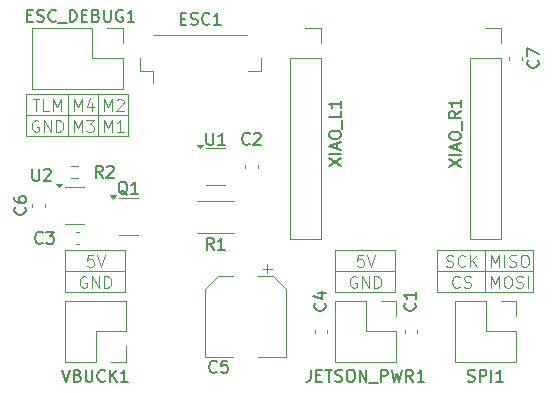
<source format=gbr>
%TF.GenerationSoftware,KiCad,Pcbnew,8.0.4*%
%TF.CreationDate,2024-08-21T00:11:03-04:00*%
%TF.ProjectId,Drone_Motherboard,44726f6e-655f-44d6-9f74-686572626f61,rev?*%
%TF.SameCoordinates,Original*%
%TF.FileFunction,Legend,Top*%
%TF.FilePolarity,Positive*%
%FSLAX46Y46*%
G04 Gerber Fmt 4.6, Leading zero omitted, Abs format (unit mm)*
G04 Created by KiCad (PCBNEW 8.0.4) date 2024-08-21 00:11:03*
%MOMM*%
%LPD*%
G01*
G04 APERTURE LIST*
%ADD10C,0.100000*%
%ADD11C,0.150000*%
%ADD12C,0.120000*%
G04 APERTURE END LIST*
D10*
X156210000Y-128524000D02*
X156210000Y-124968000D01*
X160274000Y-126746000D02*
X152146000Y-126746000D01*
X120904000Y-115316000D02*
X120904000Y-111760000D01*
X117348000Y-111760000D02*
X125984000Y-111760000D01*
X125984000Y-115316000D01*
X117348000Y-115316000D01*
X117348000Y-111760000D01*
X125730000Y-126746000D02*
X120650000Y-126746000D01*
X125984000Y-113538000D02*
X117348000Y-113538000D01*
X152146000Y-124968000D02*
X160274000Y-124968000D01*
X160274000Y-128524000D01*
X152146000Y-128524000D01*
X152146000Y-124968000D01*
X143510000Y-124968000D02*
X148590000Y-124968000D01*
X148590000Y-128524000D01*
X143510000Y-128524000D01*
X143510000Y-124968000D01*
X123444000Y-115316000D02*
X123444000Y-111760000D01*
X120650000Y-124968000D02*
X125730000Y-124968000D01*
X125730000Y-128524000D01*
X120650000Y-128524000D01*
X120650000Y-124968000D01*
X148590000Y-126746000D02*
X143510000Y-126746000D01*
X145288095Y-127190038D02*
X145192857Y-127142419D01*
X145192857Y-127142419D02*
X145050000Y-127142419D01*
X145050000Y-127142419D02*
X144907143Y-127190038D01*
X144907143Y-127190038D02*
X144811905Y-127285276D01*
X144811905Y-127285276D02*
X144764286Y-127380514D01*
X144764286Y-127380514D02*
X144716667Y-127570990D01*
X144716667Y-127570990D02*
X144716667Y-127713847D01*
X144716667Y-127713847D02*
X144764286Y-127904323D01*
X144764286Y-127904323D02*
X144811905Y-127999561D01*
X144811905Y-127999561D02*
X144907143Y-128094800D01*
X144907143Y-128094800D02*
X145050000Y-128142419D01*
X145050000Y-128142419D02*
X145145238Y-128142419D01*
X145145238Y-128142419D02*
X145288095Y-128094800D01*
X145288095Y-128094800D02*
X145335714Y-128047180D01*
X145335714Y-128047180D02*
X145335714Y-127713847D01*
X145335714Y-127713847D02*
X145145238Y-127713847D01*
X145764286Y-128142419D02*
X145764286Y-127142419D01*
X145764286Y-127142419D02*
X146335714Y-128142419D01*
X146335714Y-128142419D02*
X146335714Y-127142419D01*
X146811905Y-128142419D02*
X146811905Y-127142419D01*
X146811905Y-127142419D02*
X147050000Y-127142419D01*
X147050000Y-127142419D02*
X147192857Y-127190038D01*
X147192857Y-127190038D02*
X147288095Y-127285276D01*
X147288095Y-127285276D02*
X147335714Y-127380514D01*
X147335714Y-127380514D02*
X147383333Y-127570990D01*
X147383333Y-127570990D02*
X147383333Y-127713847D01*
X147383333Y-127713847D02*
X147335714Y-127904323D01*
X147335714Y-127904323D02*
X147288095Y-127999561D01*
X147288095Y-127999561D02*
X147192857Y-128094800D01*
X147192857Y-128094800D02*
X147050000Y-128142419D01*
X147050000Y-128142419D02*
X146811905Y-128142419D01*
X123904476Y-114934419D02*
X123904476Y-113934419D01*
X123904476Y-113934419D02*
X124237809Y-114648704D01*
X124237809Y-114648704D02*
X124571142Y-113934419D01*
X124571142Y-113934419D02*
X124571142Y-114934419D01*
X125571142Y-114934419D02*
X124999714Y-114934419D01*
X125285428Y-114934419D02*
X125285428Y-113934419D01*
X125285428Y-113934419D02*
X125190190Y-114077276D01*
X125190190Y-114077276D02*
X125094952Y-114172514D01*
X125094952Y-114172514D02*
X124999714Y-114220133D01*
X122428095Y-127190038D02*
X122332857Y-127142419D01*
X122332857Y-127142419D02*
X122190000Y-127142419D01*
X122190000Y-127142419D02*
X122047143Y-127190038D01*
X122047143Y-127190038D02*
X121951905Y-127285276D01*
X121951905Y-127285276D02*
X121904286Y-127380514D01*
X121904286Y-127380514D02*
X121856667Y-127570990D01*
X121856667Y-127570990D02*
X121856667Y-127713847D01*
X121856667Y-127713847D02*
X121904286Y-127904323D01*
X121904286Y-127904323D02*
X121951905Y-127999561D01*
X121951905Y-127999561D02*
X122047143Y-128094800D01*
X122047143Y-128094800D02*
X122190000Y-128142419D01*
X122190000Y-128142419D02*
X122285238Y-128142419D01*
X122285238Y-128142419D02*
X122428095Y-128094800D01*
X122428095Y-128094800D02*
X122475714Y-128047180D01*
X122475714Y-128047180D02*
X122475714Y-127713847D01*
X122475714Y-127713847D02*
X122285238Y-127713847D01*
X122904286Y-128142419D02*
X122904286Y-127142419D01*
X122904286Y-127142419D02*
X123475714Y-128142419D01*
X123475714Y-128142419D02*
X123475714Y-127142419D01*
X123951905Y-128142419D02*
X123951905Y-127142419D01*
X123951905Y-127142419D02*
X124190000Y-127142419D01*
X124190000Y-127142419D02*
X124332857Y-127190038D01*
X124332857Y-127190038D02*
X124428095Y-127285276D01*
X124428095Y-127285276D02*
X124475714Y-127380514D01*
X124475714Y-127380514D02*
X124523333Y-127570990D01*
X124523333Y-127570990D02*
X124523333Y-127713847D01*
X124523333Y-127713847D02*
X124475714Y-127904323D01*
X124475714Y-127904323D02*
X124428095Y-127999561D01*
X124428095Y-127999561D02*
X124332857Y-128094800D01*
X124332857Y-128094800D02*
X124190000Y-128142419D01*
X124190000Y-128142419D02*
X123951905Y-128142419D01*
X122999523Y-125364419D02*
X122523333Y-125364419D01*
X122523333Y-125364419D02*
X122475714Y-125840609D01*
X122475714Y-125840609D02*
X122523333Y-125792990D01*
X122523333Y-125792990D02*
X122618571Y-125745371D01*
X122618571Y-125745371D02*
X122856666Y-125745371D01*
X122856666Y-125745371D02*
X122951904Y-125792990D01*
X122951904Y-125792990D02*
X122999523Y-125840609D01*
X122999523Y-125840609D02*
X123047142Y-125935847D01*
X123047142Y-125935847D02*
X123047142Y-126173942D01*
X123047142Y-126173942D02*
X122999523Y-126269180D01*
X122999523Y-126269180D02*
X122951904Y-126316800D01*
X122951904Y-126316800D02*
X122856666Y-126364419D01*
X122856666Y-126364419D02*
X122618571Y-126364419D01*
X122618571Y-126364419D02*
X122523333Y-126316800D01*
X122523333Y-126316800D02*
X122475714Y-126269180D01*
X123332857Y-125364419D02*
X123666190Y-126364419D01*
X123666190Y-126364419D02*
X123999523Y-125364419D01*
X154011333Y-128047180D02*
X153963714Y-128094800D01*
X153963714Y-128094800D02*
X153820857Y-128142419D01*
X153820857Y-128142419D02*
X153725619Y-128142419D01*
X153725619Y-128142419D02*
X153582762Y-128094800D01*
X153582762Y-128094800D02*
X153487524Y-127999561D01*
X153487524Y-127999561D02*
X153439905Y-127904323D01*
X153439905Y-127904323D02*
X153392286Y-127713847D01*
X153392286Y-127713847D02*
X153392286Y-127570990D01*
X153392286Y-127570990D02*
X153439905Y-127380514D01*
X153439905Y-127380514D02*
X153487524Y-127285276D01*
X153487524Y-127285276D02*
X153582762Y-127190038D01*
X153582762Y-127190038D02*
X153725619Y-127142419D01*
X153725619Y-127142419D02*
X153820857Y-127142419D01*
X153820857Y-127142419D02*
X153963714Y-127190038D01*
X153963714Y-127190038D02*
X154011333Y-127237657D01*
X154392286Y-128094800D02*
X154535143Y-128142419D01*
X154535143Y-128142419D02*
X154773238Y-128142419D01*
X154773238Y-128142419D02*
X154868476Y-128094800D01*
X154868476Y-128094800D02*
X154916095Y-128047180D01*
X154916095Y-128047180D02*
X154963714Y-127951942D01*
X154963714Y-127951942D02*
X154963714Y-127856704D01*
X154963714Y-127856704D02*
X154916095Y-127761466D01*
X154916095Y-127761466D02*
X154868476Y-127713847D01*
X154868476Y-127713847D02*
X154773238Y-127666228D01*
X154773238Y-127666228D02*
X154582762Y-127618609D01*
X154582762Y-127618609D02*
X154487524Y-127570990D01*
X154487524Y-127570990D02*
X154439905Y-127523371D01*
X154439905Y-127523371D02*
X154392286Y-127428133D01*
X154392286Y-127428133D02*
X154392286Y-127332895D01*
X154392286Y-127332895D02*
X154439905Y-127237657D01*
X154439905Y-127237657D02*
X154487524Y-127190038D01*
X154487524Y-127190038D02*
X154582762Y-127142419D01*
X154582762Y-127142419D02*
X154820857Y-127142419D01*
X154820857Y-127142419D02*
X154963714Y-127190038D01*
X156670572Y-126359419D02*
X156670572Y-125359419D01*
X156670572Y-125359419D02*
X157003905Y-126073704D01*
X157003905Y-126073704D02*
X157337238Y-125359419D01*
X157337238Y-125359419D02*
X157337238Y-126359419D01*
X157813429Y-126359419D02*
X157813429Y-125359419D01*
X158242000Y-126311800D02*
X158384857Y-126359419D01*
X158384857Y-126359419D02*
X158622952Y-126359419D01*
X158622952Y-126359419D02*
X158718190Y-126311800D01*
X158718190Y-126311800D02*
X158765809Y-126264180D01*
X158765809Y-126264180D02*
X158813428Y-126168942D01*
X158813428Y-126168942D02*
X158813428Y-126073704D01*
X158813428Y-126073704D02*
X158765809Y-125978466D01*
X158765809Y-125978466D02*
X158718190Y-125930847D01*
X158718190Y-125930847D02*
X158622952Y-125883228D01*
X158622952Y-125883228D02*
X158432476Y-125835609D01*
X158432476Y-125835609D02*
X158337238Y-125787990D01*
X158337238Y-125787990D02*
X158289619Y-125740371D01*
X158289619Y-125740371D02*
X158242000Y-125645133D01*
X158242000Y-125645133D02*
X158242000Y-125549895D01*
X158242000Y-125549895D02*
X158289619Y-125454657D01*
X158289619Y-125454657D02*
X158337238Y-125407038D01*
X158337238Y-125407038D02*
X158432476Y-125359419D01*
X158432476Y-125359419D02*
X158670571Y-125359419D01*
X158670571Y-125359419D02*
X158813428Y-125407038D01*
X159432476Y-125359419D02*
X159622952Y-125359419D01*
X159622952Y-125359419D02*
X159718190Y-125407038D01*
X159718190Y-125407038D02*
X159813428Y-125502276D01*
X159813428Y-125502276D02*
X159861047Y-125692752D01*
X159861047Y-125692752D02*
X159861047Y-126026085D01*
X159861047Y-126026085D02*
X159813428Y-126216561D01*
X159813428Y-126216561D02*
X159718190Y-126311800D01*
X159718190Y-126311800D02*
X159622952Y-126359419D01*
X159622952Y-126359419D02*
X159432476Y-126359419D01*
X159432476Y-126359419D02*
X159337238Y-126311800D01*
X159337238Y-126311800D02*
X159242000Y-126216561D01*
X159242000Y-126216561D02*
X159194381Y-126026085D01*
X159194381Y-126026085D02*
X159194381Y-125692752D01*
X159194381Y-125692752D02*
X159242000Y-125502276D01*
X159242000Y-125502276D02*
X159337238Y-125407038D01*
X159337238Y-125407038D02*
X159432476Y-125359419D01*
X121364476Y-114934419D02*
X121364476Y-113934419D01*
X121364476Y-113934419D02*
X121697809Y-114648704D01*
X121697809Y-114648704D02*
X122031142Y-113934419D01*
X122031142Y-113934419D02*
X122031142Y-114934419D01*
X122412095Y-113934419D02*
X123031142Y-113934419D01*
X123031142Y-113934419D02*
X122697809Y-114315371D01*
X122697809Y-114315371D02*
X122840666Y-114315371D01*
X122840666Y-114315371D02*
X122935904Y-114362990D01*
X122935904Y-114362990D02*
X122983523Y-114410609D01*
X122983523Y-114410609D02*
X123031142Y-114505847D01*
X123031142Y-114505847D02*
X123031142Y-114743942D01*
X123031142Y-114743942D02*
X122983523Y-114839180D01*
X122983523Y-114839180D02*
X122935904Y-114886800D01*
X122935904Y-114886800D02*
X122840666Y-114934419D01*
X122840666Y-114934419D02*
X122554952Y-114934419D01*
X122554952Y-114934419D02*
X122459714Y-114886800D01*
X122459714Y-114886800D02*
X122412095Y-114839180D01*
X152892286Y-126316800D02*
X153035143Y-126364419D01*
X153035143Y-126364419D02*
X153273238Y-126364419D01*
X153273238Y-126364419D02*
X153368476Y-126316800D01*
X153368476Y-126316800D02*
X153416095Y-126269180D01*
X153416095Y-126269180D02*
X153463714Y-126173942D01*
X153463714Y-126173942D02*
X153463714Y-126078704D01*
X153463714Y-126078704D02*
X153416095Y-125983466D01*
X153416095Y-125983466D02*
X153368476Y-125935847D01*
X153368476Y-125935847D02*
X153273238Y-125888228D01*
X153273238Y-125888228D02*
X153082762Y-125840609D01*
X153082762Y-125840609D02*
X152987524Y-125792990D01*
X152987524Y-125792990D02*
X152939905Y-125745371D01*
X152939905Y-125745371D02*
X152892286Y-125650133D01*
X152892286Y-125650133D02*
X152892286Y-125554895D01*
X152892286Y-125554895D02*
X152939905Y-125459657D01*
X152939905Y-125459657D02*
X152987524Y-125412038D01*
X152987524Y-125412038D02*
X153082762Y-125364419D01*
X153082762Y-125364419D02*
X153320857Y-125364419D01*
X153320857Y-125364419D02*
X153463714Y-125412038D01*
X154463714Y-126269180D02*
X154416095Y-126316800D01*
X154416095Y-126316800D02*
X154273238Y-126364419D01*
X154273238Y-126364419D02*
X154178000Y-126364419D01*
X154178000Y-126364419D02*
X154035143Y-126316800D01*
X154035143Y-126316800D02*
X153939905Y-126221561D01*
X153939905Y-126221561D02*
X153892286Y-126126323D01*
X153892286Y-126126323D02*
X153844667Y-125935847D01*
X153844667Y-125935847D02*
X153844667Y-125792990D01*
X153844667Y-125792990D02*
X153892286Y-125602514D01*
X153892286Y-125602514D02*
X153939905Y-125507276D01*
X153939905Y-125507276D02*
X154035143Y-125412038D01*
X154035143Y-125412038D02*
X154178000Y-125364419D01*
X154178000Y-125364419D02*
X154273238Y-125364419D01*
X154273238Y-125364419D02*
X154416095Y-125412038D01*
X154416095Y-125412038D02*
X154463714Y-125459657D01*
X154892286Y-126364419D02*
X154892286Y-125364419D01*
X155463714Y-126364419D02*
X155035143Y-125792990D01*
X155463714Y-125364419D02*
X154892286Y-125935847D01*
X123904476Y-113156419D02*
X123904476Y-112156419D01*
X123904476Y-112156419D02*
X124237809Y-112870704D01*
X124237809Y-112870704D02*
X124571142Y-112156419D01*
X124571142Y-112156419D02*
X124571142Y-113156419D01*
X124999714Y-112251657D02*
X125047333Y-112204038D01*
X125047333Y-112204038D02*
X125142571Y-112156419D01*
X125142571Y-112156419D02*
X125380666Y-112156419D01*
X125380666Y-112156419D02*
X125475904Y-112204038D01*
X125475904Y-112204038D02*
X125523523Y-112251657D01*
X125523523Y-112251657D02*
X125571142Y-112346895D01*
X125571142Y-112346895D02*
X125571142Y-112442133D01*
X125571142Y-112442133D02*
X125523523Y-112584990D01*
X125523523Y-112584990D02*
X124952095Y-113156419D01*
X124952095Y-113156419D02*
X125571142Y-113156419D01*
X121364476Y-113156419D02*
X121364476Y-112156419D01*
X121364476Y-112156419D02*
X121697809Y-112870704D01*
X121697809Y-112870704D02*
X122031142Y-112156419D01*
X122031142Y-112156419D02*
X122031142Y-113156419D01*
X122935904Y-112489752D02*
X122935904Y-113156419D01*
X122697809Y-112108800D02*
X122459714Y-112823085D01*
X122459714Y-112823085D02*
X123078761Y-112823085D01*
X145859523Y-125364419D02*
X145383333Y-125364419D01*
X145383333Y-125364419D02*
X145335714Y-125840609D01*
X145335714Y-125840609D02*
X145383333Y-125792990D01*
X145383333Y-125792990D02*
X145478571Y-125745371D01*
X145478571Y-125745371D02*
X145716666Y-125745371D01*
X145716666Y-125745371D02*
X145811904Y-125792990D01*
X145811904Y-125792990D02*
X145859523Y-125840609D01*
X145859523Y-125840609D02*
X145907142Y-125935847D01*
X145907142Y-125935847D02*
X145907142Y-126173942D01*
X145907142Y-126173942D02*
X145859523Y-126269180D01*
X145859523Y-126269180D02*
X145811904Y-126316800D01*
X145811904Y-126316800D02*
X145716666Y-126364419D01*
X145716666Y-126364419D02*
X145478571Y-126364419D01*
X145478571Y-126364419D02*
X145383333Y-126316800D01*
X145383333Y-126316800D02*
X145335714Y-126269180D01*
X146192857Y-125364419D02*
X146526190Y-126364419D01*
X146526190Y-126364419D02*
X146859523Y-125364419D01*
X118364095Y-113982038D02*
X118268857Y-113934419D01*
X118268857Y-113934419D02*
X118126000Y-113934419D01*
X118126000Y-113934419D02*
X117983143Y-113982038D01*
X117983143Y-113982038D02*
X117887905Y-114077276D01*
X117887905Y-114077276D02*
X117840286Y-114172514D01*
X117840286Y-114172514D02*
X117792667Y-114362990D01*
X117792667Y-114362990D02*
X117792667Y-114505847D01*
X117792667Y-114505847D02*
X117840286Y-114696323D01*
X117840286Y-114696323D02*
X117887905Y-114791561D01*
X117887905Y-114791561D02*
X117983143Y-114886800D01*
X117983143Y-114886800D02*
X118126000Y-114934419D01*
X118126000Y-114934419D02*
X118221238Y-114934419D01*
X118221238Y-114934419D02*
X118364095Y-114886800D01*
X118364095Y-114886800D02*
X118411714Y-114839180D01*
X118411714Y-114839180D02*
X118411714Y-114505847D01*
X118411714Y-114505847D02*
X118221238Y-114505847D01*
X118840286Y-114934419D02*
X118840286Y-113934419D01*
X118840286Y-113934419D02*
X119411714Y-114934419D01*
X119411714Y-114934419D02*
X119411714Y-113934419D01*
X119887905Y-114934419D02*
X119887905Y-113934419D01*
X119887905Y-113934419D02*
X120126000Y-113934419D01*
X120126000Y-113934419D02*
X120268857Y-113982038D01*
X120268857Y-113982038D02*
X120364095Y-114077276D01*
X120364095Y-114077276D02*
X120411714Y-114172514D01*
X120411714Y-114172514D02*
X120459333Y-114362990D01*
X120459333Y-114362990D02*
X120459333Y-114505847D01*
X120459333Y-114505847D02*
X120411714Y-114696323D01*
X120411714Y-114696323D02*
X120364095Y-114791561D01*
X120364095Y-114791561D02*
X120268857Y-114886800D01*
X120268857Y-114886800D02*
X120126000Y-114934419D01*
X120126000Y-114934419D02*
X119887905Y-114934419D01*
X117864095Y-112156419D02*
X118435523Y-112156419D01*
X118149809Y-113156419D02*
X118149809Y-112156419D01*
X119245047Y-113156419D02*
X118768857Y-113156419D01*
X118768857Y-113156419D02*
X118768857Y-112156419D01*
X119578381Y-113156419D02*
X119578381Y-112156419D01*
X119578381Y-112156419D02*
X119911714Y-112870704D01*
X119911714Y-112870704D02*
X120245047Y-112156419D01*
X120245047Y-112156419D02*
X120245047Y-113156419D01*
X156670572Y-128142419D02*
X156670572Y-127142419D01*
X156670572Y-127142419D02*
X157003905Y-127856704D01*
X157003905Y-127856704D02*
X157337238Y-127142419D01*
X157337238Y-127142419D02*
X157337238Y-128142419D01*
X158003905Y-127142419D02*
X158194381Y-127142419D01*
X158194381Y-127142419D02*
X158289619Y-127190038D01*
X158289619Y-127190038D02*
X158384857Y-127285276D01*
X158384857Y-127285276D02*
X158432476Y-127475752D01*
X158432476Y-127475752D02*
X158432476Y-127809085D01*
X158432476Y-127809085D02*
X158384857Y-127999561D01*
X158384857Y-127999561D02*
X158289619Y-128094800D01*
X158289619Y-128094800D02*
X158194381Y-128142419D01*
X158194381Y-128142419D02*
X158003905Y-128142419D01*
X158003905Y-128142419D02*
X157908667Y-128094800D01*
X157908667Y-128094800D02*
X157813429Y-127999561D01*
X157813429Y-127999561D02*
X157765810Y-127809085D01*
X157765810Y-127809085D02*
X157765810Y-127475752D01*
X157765810Y-127475752D02*
X157813429Y-127285276D01*
X157813429Y-127285276D02*
X157908667Y-127190038D01*
X157908667Y-127190038D02*
X158003905Y-127142419D01*
X158813429Y-128094800D02*
X158956286Y-128142419D01*
X158956286Y-128142419D02*
X159194381Y-128142419D01*
X159194381Y-128142419D02*
X159289619Y-128094800D01*
X159289619Y-128094800D02*
X159337238Y-128047180D01*
X159337238Y-128047180D02*
X159384857Y-127951942D01*
X159384857Y-127951942D02*
X159384857Y-127856704D01*
X159384857Y-127856704D02*
X159337238Y-127761466D01*
X159337238Y-127761466D02*
X159289619Y-127713847D01*
X159289619Y-127713847D02*
X159194381Y-127666228D01*
X159194381Y-127666228D02*
X159003905Y-127618609D01*
X159003905Y-127618609D02*
X158908667Y-127570990D01*
X158908667Y-127570990D02*
X158861048Y-127523371D01*
X158861048Y-127523371D02*
X158813429Y-127428133D01*
X158813429Y-127428133D02*
X158813429Y-127332895D01*
X158813429Y-127332895D02*
X158861048Y-127237657D01*
X158861048Y-127237657D02*
X158908667Y-127190038D01*
X158908667Y-127190038D02*
X159003905Y-127142419D01*
X159003905Y-127142419D02*
X159242000Y-127142419D01*
X159242000Y-127142419D02*
X159384857Y-127190038D01*
X159813429Y-128142419D02*
X159813429Y-127142419D01*
D11*
X133183333Y-124914819D02*
X132850000Y-124438628D01*
X132611905Y-124914819D02*
X132611905Y-123914819D01*
X132611905Y-123914819D02*
X132992857Y-123914819D01*
X132992857Y-123914819D02*
X133088095Y-123962438D01*
X133088095Y-123962438D02*
X133135714Y-124010057D01*
X133135714Y-124010057D02*
X133183333Y-124105295D01*
X133183333Y-124105295D02*
X133183333Y-124248152D01*
X133183333Y-124248152D02*
X133135714Y-124343390D01*
X133135714Y-124343390D02*
X133088095Y-124391009D01*
X133088095Y-124391009D02*
X132992857Y-124438628D01*
X132992857Y-124438628D02*
X132611905Y-124438628D01*
X134135714Y-124914819D02*
X133564286Y-124914819D01*
X133850000Y-124914819D02*
X133850000Y-123914819D01*
X133850000Y-123914819D02*
X133754762Y-124057676D01*
X133754762Y-124057676D02*
X133659524Y-124152914D01*
X133659524Y-124152914D02*
X133564286Y-124200533D01*
X154710000Y-136043200D02*
X154852857Y-136090819D01*
X154852857Y-136090819D02*
X155090952Y-136090819D01*
X155090952Y-136090819D02*
X155186190Y-136043200D01*
X155186190Y-136043200D02*
X155233809Y-135995580D01*
X155233809Y-135995580D02*
X155281428Y-135900342D01*
X155281428Y-135900342D02*
X155281428Y-135805104D01*
X155281428Y-135805104D02*
X155233809Y-135709866D01*
X155233809Y-135709866D02*
X155186190Y-135662247D01*
X155186190Y-135662247D02*
X155090952Y-135614628D01*
X155090952Y-135614628D02*
X154900476Y-135567009D01*
X154900476Y-135567009D02*
X154805238Y-135519390D01*
X154805238Y-135519390D02*
X154757619Y-135471771D01*
X154757619Y-135471771D02*
X154710000Y-135376533D01*
X154710000Y-135376533D02*
X154710000Y-135281295D01*
X154710000Y-135281295D02*
X154757619Y-135186057D01*
X154757619Y-135186057D02*
X154805238Y-135138438D01*
X154805238Y-135138438D02*
X154900476Y-135090819D01*
X154900476Y-135090819D02*
X155138571Y-135090819D01*
X155138571Y-135090819D02*
X155281428Y-135138438D01*
X155710000Y-136090819D02*
X155710000Y-135090819D01*
X155710000Y-135090819D02*
X156090952Y-135090819D01*
X156090952Y-135090819D02*
X156186190Y-135138438D01*
X156186190Y-135138438D02*
X156233809Y-135186057D01*
X156233809Y-135186057D02*
X156281428Y-135281295D01*
X156281428Y-135281295D02*
X156281428Y-135424152D01*
X156281428Y-135424152D02*
X156233809Y-135519390D01*
X156233809Y-135519390D02*
X156186190Y-135567009D01*
X156186190Y-135567009D02*
X156090952Y-135614628D01*
X156090952Y-135614628D02*
X155710000Y-135614628D01*
X156710000Y-136090819D02*
X156710000Y-135090819D01*
X157709999Y-136090819D02*
X157138571Y-136090819D01*
X157424285Y-136090819D02*
X157424285Y-135090819D01*
X157424285Y-135090819D02*
X157329047Y-135233676D01*
X157329047Y-135233676D02*
X157233809Y-135328914D01*
X157233809Y-135328914D02*
X157138571Y-135376533D01*
X141407142Y-135085819D02*
X141407142Y-135800104D01*
X141407142Y-135800104D02*
X141359523Y-135942961D01*
X141359523Y-135942961D02*
X141264285Y-136038200D01*
X141264285Y-136038200D02*
X141121428Y-136085819D01*
X141121428Y-136085819D02*
X141026190Y-136085819D01*
X141883333Y-135562009D02*
X142216666Y-135562009D01*
X142359523Y-136085819D02*
X141883333Y-136085819D01*
X141883333Y-136085819D02*
X141883333Y-135085819D01*
X141883333Y-135085819D02*
X142359523Y-135085819D01*
X142645238Y-135085819D02*
X143216666Y-135085819D01*
X142930952Y-136085819D02*
X142930952Y-135085819D01*
X143502381Y-136038200D02*
X143645238Y-136085819D01*
X143645238Y-136085819D02*
X143883333Y-136085819D01*
X143883333Y-136085819D02*
X143978571Y-136038200D01*
X143978571Y-136038200D02*
X144026190Y-135990580D01*
X144026190Y-135990580D02*
X144073809Y-135895342D01*
X144073809Y-135895342D02*
X144073809Y-135800104D01*
X144073809Y-135800104D02*
X144026190Y-135704866D01*
X144026190Y-135704866D02*
X143978571Y-135657247D01*
X143978571Y-135657247D02*
X143883333Y-135609628D01*
X143883333Y-135609628D02*
X143692857Y-135562009D01*
X143692857Y-135562009D02*
X143597619Y-135514390D01*
X143597619Y-135514390D02*
X143550000Y-135466771D01*
X143550000Y-135466771D02*
X143502381Y-135371533D01*
X143502381Y-135371533D02*
X143502381Y-135276295D01*
X143502381Y-135276295D02*
X143550000Y-135181057D01*
X143550000Y-135181057D02*
X143597619Y-135133438D01*
X143597619Y-135133438D02*
X143692857Y-135085819D01*
X143692857Y-135085819D02*
X143930952Y-135085819D01*
X143930952Y-135085819D02*
X144073809Y-135133438D01*
X144692857Y-135085819D02*
X144883333Y-135085819D01*
X144883333Y-135085819D02*
X144978571Y-135133438D01*
X144978571Y-135133438D02*
X145073809Y-135228676D01*
X145073809Y-135228676D02*
X145121428Y-135419152D01*
X145121428Y-135419152D02*
X145121428Y-135752485D01*
X145121428Y-135752485D02*
X145073809Y-135942961D01*
X145073809Y-135942961D02*
X144978571Y-136038200D01*
X144978571Y-136038200D02*
X144883333Y-136085819D01*
X144883333Y-136085819D02*
X144692857Y-136085819D01*
X144692857Y-136085819D02*
X144597619Y-136038200D01*
X144597619Y-136038200D02*
X144502381Y-135942961D01*
X144502381Y-135942961D02*
X144454762Y-135752485D01*
X144454762Y-135752485D02*
X144454762Y-135419152D01*
X144454762Y-135419152D02*
X144502381Y-135228676D01*
X144502381Y-135228676D02*
X144597619Y-135133438D01*
X144597619Y-135133438D02*
X144692857Y-135085819D01*
X145550000Y-136085819D02*
X145550000Y-135085819D01*
X145550000Y-135085819D02*
X146121428Y-136085819D01*
X146121428Y-136085819D02*
X146121428Y-135085819D01*
X146359524Y-136181057D02*
X147121428Y-136181057D01*
X147359524Y-136085819D02*
X147359524Y-135085819D01*
X147359524Y-135085819D02*
X147740476Y-135085819D01*
X147740476Y-135085819D02*
X147835714Y-135133438D01*
X147835714Y-135133438D02*
X147883333Y-135181057D01*
X147883333Y-135181057D02*
X147930952Y-135276295D01*
X147930952Y-135276295D02*
X147930952Y-135419152D01*
X147930952Y-135419152D02*
X147883333Y-135514390D01*
X147883333Y-135514390D02*
X147835714Y-135562009D01*
X147835714Y-135562009D02*
X147740476Y-135609628D01*
X147740476Y-135609628D02*
X147359524Y-135609628D01*
X148264286Y-135085819D02*
X148502381Y-136085819D01*
X148502381Y-136085819D02*
X148692857Y-135371533D01*
X148692857Y-135371533D02*
X148883333Y-136085819D01*
X148883333Y-136085819D02*
X149121429Y-135085819D01*
X150073809Y-136085819D02*
X149740476Y-135609628D01*
X149502381Y-136085819D02*
X149502381Y-135085819D01*
X149502381Y-135085819D02*
X149883333Y-135085819D01*
X149883333Y-135085819D02*
X149978571Y-135133438D01*
X149978571Y-135133438D02*
X150026190Y-135181057D01*
X150026190Y-135181057D02*
X150073809Y-135276295D01*
X150073809Y-135276295D02*
X150073809Y-135419152D01*
X150073809Y-135419152D02*
X150026190Y-135514390D01*
X150026190Y-135514390D02*
X149978571Y-135562009D01*
X149978571Y-135562009D02*
X149883333Y-135609628D01*
X149883333Y-135609628D02*
X149502381Y-135609628D01*
X151026190Y-136085819D02*
X150454762Y-136085819D01*
X150740476Y-136085819D02*
X150740476Y-135085819D01*
X150740476Y-135085819D02*
X150645238Y-135228676D01*
X150645238Y-135228676D02*
X150550000Y-135323914D01*
X150550000Y-135323914D02*
X150454762Y-135371533D01*
X130413333Y-105343009D02*
X130746666Y-105343009D01*
X130889523Y-105866819D02*
X130413333Y-105866819D01*
X130413333Y-105866819D02*
X130413333Y-104866819D01*
X130413333Y-104866819D02*
X130889523Y-104866819D01*
X131270476Y-105819200D02*
X131413333Y-105866819D01*
X131413333Y-105866819D02*
X131651428Y-105866819D01*
X131651428Y-105866819D02*
X131746666Y-105819200D01*
X131746666Y-105819200D02*
X131794285Y-105771580D01*
X131794285Y-105771580D02*
X131841904Y-105676342D01*
X131841904Y-105676342D02*
X131841904Y-105581104D01*
X131841904Y-105581104D02*
X131794285Y-105485866D01*
X131794285Y-105485866D02*
X131746666Y-105438247D01*
X131746666Y-105438247D02*
X131651428Y-105390628D01*
X131651428Y-105390628D02*
X131460952Y-105343009D01*
X131460952Y-105343009D02*
X131365714Y-105295390D01*
X131365714Y-105295390D02*
X131318095Y-105247771D01*
X131318095Y-105247771D02*
X131270476Y-105152533D01*
X131270476Y-105152533D02*
X131270476Y-105057295D01*
X131270476Y-105057295D02*
X131318095Y-104962057D01*
X131318095Y-104962057D02*
X131365714Y-104914438D01*
X131365714Y-104914438D02*
X131460952Y-104866819D01*
X131460952Y-104866819D02*
X131699047Y-104866819D01*
X131699047Y-104866819D02*
X131841904Y-104914438D01*
X132841904Y-105771580D02*
X132794285Y-105819200D01*
X132794285Y-105819200D02*
X132651428Y-105866819D01*
X132651428Y-105866819D02*
X132556190Y-105866819D01*
X132556190Y-105866819D02*
X132413333Y-105819200D01*
X132413333Y-105819200D02*
X132318095Y-105723961D01*
X132318095Y-105723961D02*
X132270476Y-105628723D01*
X132270476Y-105628723D02*
X132222857Y-105438247D01*
X132222857Y-105438247D02*
X132222857Y-105295390D01*
X132222857Y-105295390D02*
X132270476Y-105104914D01*
X132270476Y-105104914D02*
X132318095Y-105009676D01*
X132318095Y-105009676D02*
X132413333Y-104914438D01*
X132413333Y-104914438D02*
X132556190Y-104866819D01*
X132556190Y-104866819D02*
X132651428Y-104866819D01*
X132651428Y-104866819D02*
X132794285Y-104914438D01*
X132794285Y-104914438D02*
X132841904Y-104962057D01*
X133794285Y-105866819D02*
X133222857Y-105866819D01*
X133508571Y-105866819D02*
X133508571Y-104866819D01*
X133508571Y-104866819D02*
X133413333Y-105009676D01*
X133413333Y-105009676D02*
X133318095Y-105104914D01*
X133318095Y-105104914D02*
X133222857Y-105152533D01*
X117199580Y-121324666D02*
X117247200Y-121372285D01*
X117247200Y-121372285D02*
X117294819Y-121515142D01*
X117294819Y-121515142D02*
X117294819Y-121610380D01*
X117294819Y-121610380D02*
X117247200Y-121753237D01*
X117247200Y-121753237D02*
X117151961Y-121848475D01*
X117151961Y-121848475D02*
X117056723Y-121896094D01*
X117056723Y-121896094D02*
X116866247Y-121943713D01*
X116866247Y-121943713D02*
X116723390Y-121943713D01*
X116723390Y-121943713D02*
X116532914Y-121896094D01*
X116532914Y-121896094D02*
X116437676Y-121848475D01*
X116437676Y-121848475D02*
X116342438Y-121753237D01*
X116342438Y-121753237D02*
X116294819Y-121610380D01*
X116294819Y-121610380D02*
X116294819Y-121515142D01*
X116294819Y-121515142D02*
X116342438Y-121372285D01*
X116342438Y-121372285D02*
X116390057Y-121324666D01*
X116294819Y-120467523D02*
X116294819Y-120657999D01*
X116294819Y-120657999D02*
X116342438Y-120753237D01*
X116342438Y-120753237D02*
X116390057Y-120800856D01*
X116390057Y-120800856D02*
X116532914Y-120896094D01*
X116532914Y-120896094D02*
X116723390Y-120943713D01*
X116723390Y-120943713D02*
X117104342Y-120943713D01*
X117104342Y-120943713D02*
X117199580Y-120896094D01*
X117199580Y-120896094D02*
X117247200Y-120848475D01*
X117247200Y-120848475D02*
X117294819Y-120753237D01*
X117294819Y-120753237D02*
X117294819Y-120562761D01*
X117294819Y-120562761D02*
X117247200Y-120467523D01*
X117247200Y-120467523D02*
X117199580Y-120419904D01*
X117199580Y-120419904D02*
X117104342Y-120372285D01*
X117104342Y-120372285D02*
X116866247Y-120372285D01*
X116866247Y-120372285D02*
X116771009Y-120419904D01*
X116771009Y-120419904D02*
X116723390Y-120467523D01*
X116723390Y-120467523D02*
X116675771Y-120562761D01*
X116675771Y-120562761D02*
X116675771Y-120753237D01*
X116675771Y-120753237D02*
X116723390Y-120848475D01*
X116723390Y-120848475D02*
X116771009Y-120896094D01*
X116771009Y-120896094D02*
X116866247Y-120943713D01*
X136231333Y-115929580D02*
X136183714Y-115977200D01*
X136183714Y-115977200D02*
X136040857Y-116024819D01*
X136040857Y-116024819D02*
X135945619Y-116024819D01*
X135945619Y-116024819D02*
X135802762Y-115977200D01*
X135802762Y-115977200D02*
X135707524Y-115881961D01*
X135707524Y-115881961D02*
X135659905Y-115786723D01*
X135659905Y-115786723D02*
X135612286Y-115596247D01*
X135612286Y-115596247D02*
X135612286Y-115453390D01*
X135612286Y-115453390D02*
X135659905Y-115262914D01*
X135659905Y-115262914D02*
X135707524Y-115167676D01*
X135707524Y-115167676D02*
X135802762Y-115072438D01*
X135802762Y-115072438D02*
X135945619Y-115024819D01*
X135945619Y-115024819D02*
X136040857Y-115024819D01*
X136040857Y-115024819D02*
X136183714Y-115072438D01*
X136183714Y-115072438D02*
X136231333Y-115120057D01*
X136612286Y-115120057D02*
X136659905Y-115072438D01*
X136659905Y-115072438D02*
X136755143Y-115024819D01*
X136755143Y-115024819D02*
X136993238Y-115024819D01*
X136993238Y-115024819D02*
X137088476Y-115072438D01*
X137088476Y-115072438D02*
X137136095Y-115120057D01*
X137136095Y-115120057D02*
X137183714Y-115215295D01*
X137183714Y-115215295D02*
X137183714Y-115310533D01*
X137183714Y-115310533D02*
X137136095Y-115453390D01*
X137136095Y-115453390D02*
X136564667Y-116024819D01*
X136564667Y-116024819D02*
X137183714Y-116024819D01*
X150219580Y-129452666D02*
X150267200Y-129500285D01*
X150267200Y-129500285D02*
X150314819Y-129643142D01*
X150314819Y-129643142D02*
X150314819Y-129738380D01*
X150314819Y-129738380D02*
X150267200Y-129881237D01*
X150267200Y-129881237D02*
X150171961Y-129976475D01*
X150171961Y-129976475D02*
X150076723Y-130024094D01*
X150076723Y-130024094D02*
X149886247Y-130071713D01*
X149886247Y-130071713D02*
X149743390Y-130071713D01*
X149743390Y-130071713D02*
X149552914Y-130024094D01*
X149552914Y-130024094D02*
X149457676Y-129976475D01*
X149457676Y-129976475D02*
X149362438Y-129881237D01*
X149362438Y-129881237D02*
X149314819Y-129738380D01*
X149314819Y-129738380D02*
X149314819Y-129643142D01*
X149314819Y-129643142D02*
X149362438Y-129500285D01*
X149362438Y-129500285D02*
X149410057Y-129452666D01*
X150314819Y-128500285D02*
X150314819Y-129071713D01*
X150314819Y-128785999D02*
X149314819Y-128785999D01*
X149314819Y-128785999D02*
X149457676Y-128881237D01*
X149457676Y-128881237D02*
X149552914Y-128976475D01*
X149552914Y-128976475D02*
X149600533Y-129071713D01*
X120356667Y-135090819D02*
X120690000Y-136090819D01*
X120690000Y-136090819D02*
X121023333Y-135090819D01*
X121690000Y-135567009D02*
X121832857Y-135614628D01*
X121832857Y-135614628D02*
X121880476Y-135662247D01*
X121880476Y-135662247D02*
X121928095Y-135757485D01*
X121928095Y-135757485D02*
X121928095Y-135900342D01*
X121928095Y-135900342D02*
X121880476Y-135995580D01*
X121880476Y-135995580D02*
X121832857Y-136043200D01*
X121832857Y-136043200D02*
X121737619Y-136090819D01*
X121737619Y-136090819D02*
X121356667Y-136090819D01*
X121356667Y-136090819D02*
X121356667Y-135090819D01*
X121356667Y-135090819D02*
X121690000Y-135090819D01*
X121690000Y-135090819D02*
X121785238Y-135138438D01*
X121785238Y-135138438D02*
X121832857Y-135186057D01*
X121832857Y-135186057D02*
X121880476Y-135281295D01*
X121880476Y-135281295D02*
X121880476Y-135376533D01*
X121880476Y-135376533D02*
X121832857Y-135471771D01*
X121832857Y-135471771D02*
X121785238Y-135519390D01*
X121785238Y-135519390D02*
X121690000Y-135567009D01*
X121690000Y-135567009D02*
X121356667Y-135567009D01*
X122356667Y-135090819D02*
X122356667Y-135900342D01*
X122356667Y-135900342D02*
X122404286Y-135995580D01*
X122404286Y-135995580D02*
X122451905Y-136043200D01*
X122451905Y-136043200D02*
X122547143Y-136090819D01*
X122547143Y-136090819D02*
X122737619Y-136090819D01*
X122737619Y-136090819D02*
X122832857Y-136043200D01*
X122832857Y-136043200D02*
X122880476Y-135995580D01*
X122880476Y-135995580D02*
X122928095Y-135900342D01*
X122928095Y-135900342D02*
X122928095Y-135090819D01*
X123975714Y-135995580D02*
X123928095Y-136043200D01*
X123928095Y-136043200D02*
X123785238Y-136090819D01*
X123785238Y-136090819D02*
X123690000Y-136090819D01*
X123690000Y-136090819D02*
X123547143Y-136043200D01*
X123547143Y-136043200D02*
X123451905Y-135947961D01*
X123451905Y-135947961D02*
X123404286Y-135852723D01*
X123404286Y-135852723D02*
X123356667Y-135662247D01*
X123356667Y-135662247D02*
X123356667Y-135519390D01*
X123356667Y-135519390D02*
X123404286Y-135328914D01*
X123404286Y-135328914D02*
X123451905Y-135233676D01*
X123451905Y-135233676D02*
X123547143Y-135138438D01*
X123547143Y-135138438D02*
X123690000Y-135090819D01*
X123690000Y-135090819D02*
X123785238Y-135090819D01*
X123785238Y-135090819D02*
X123928095Y-135138438D01*
X123928095Y-135138438D02*
X123975714Y-135186057D01*
X124404286Y-136090819D02*
X124404286Y-135090819D01*
X124975714Y-136090819D02*
X124547143Y-135519390D01*
X124975714Y-135090819D02*
X124404286Y-135662247D01*
X125928095Y-136090819D02*
X125356667Y-136090819D01*
X125642381Y-136090819D02*
X125642381Y-135090819D01*
X125642381Y-135090819D02*
X125547143Y-135233676D01*
X125547143Y-135233676D02*
X125451905Y-135328914D01*
X125451905Y-135328914D02*
X125356667Y-135376533D01*
X132588095Y-115024819D02*
X132588095Y-115834342D01*
X132588095Y-115834342D02*
X132635714Y-115929580D01*
X132635714Y-115929580D02*
X132683333Y-115977200D01*
X132683333Y-115977200D02*
X132778571Y-116024819D01*
X132778571Y-116024819D02*
X132969047Y-116024819D01*
X132969047Y-116024819D02*
X133064285Y-115977200D01*
X133064285Y-115977200D02*
X133111904Y-115929580D01*
X133111904Y-115929580D02*
X133159523Y-115834342D01*
X133159523Y-115834342D02*
X133159523Y-115024819D01*
X134159523Y-116024819D02*
X133588095Y-116024819D01*
X133873809Y-116024819D02*
X133873809Y-115024819D01*
X133873809Y-115024819D02*
X133778571Y-115167676D01*
X133778571Y-115167676D02*
X133683333Y-115262914D01*
X133683333Y-115262914D02*
X133588095Y-115310533D01*
X125888761Y-120258057D02*
X125793523Y-120210438D01*
X125793523Y-120210438D02*
X125698285Y-120115200D01*
X125698285Y-120115200D02*
X125555428Y-119972342D01*
X125555428Y-119972342D02*
X125460190Y-119924723D01*
X125460190Y-119924723D02*
X125364952Y-119924723D01*
X125412571Y-120162819D02*
X125317333Y-120115200D01*
X125317333Y-120115200D02*
X125222095Y-120019961D01*
X125222095Y-120019961D02*
X125174476Y-119829485D01*
X125174476Y-119829485D02*
X125174476Y-119496152D01*
X125174476Y-119496152D02*
X125222095Y-119305676D01*
X125222095Y-119305676D02*
X125317333Y-119210438D01*
X125317333Y-119210438D02*
X125412571Y-119162819D01*
X125412571Y-119162819D02*
X125603047Y-119162819D01*
X125603047Y-119162819D02*
X125698285Y-119210438D01*
X125698285Y-119210438D02*
X125793523Y-119305676D01*
X125793523Y-119305676D02*
X125841142Y-119496152D01*
X125841142Y-119496152D02*
X125841142Y-119829485D01*
X125841142Y-119829485D02*
X125793523Y-120019961D01*
X125793523Y-120019961D02*
X125698285Y-120115200D01*
X125698285Y-120115200D02*
X125603047Y-120162819D01*
X125603047Y-120162819D02*
X125412571Y-120162819D01*
X126793523Y-120162819D02*
X126222095Y-120162819D01*
X126507809Y-120162819D02*
X126507809Y-119162819D01*
X126507809Y-119162819D02*
X126412571Y-119305676D01*
X126412571Y-119305676D02*
X126317333Y-119400914D01*
X126317333Y-119400914D02*
X126222095Y-119448533D01*
X133437333Y-135233580D02*
X133389714Y-135281200D01*
X133389714Y-135281200D02*
X133246857Y-135328819D01*
X133246857Y-135328819D02*
X133151619Y-135328819D01*
X133151619Y-135328819D02*
X133008762Y-135281200D01*
X133008762Y-135281200D02*
X132913524Y-135185961D01*
X132913524Y-135185961D02*
X132865905Y-135090723D01*
X132865905Y-135090723D02*
X132818286Y-134900247D01*
X132818286Y-134900247D02*
X132818286Y-134757390D01*
X132818286Y-134757390D02*
X132865905Y-134566914D01*
X132865905Y-134566914D02*
X132913524Y-134471676D01*
X132913524Y-134471676D02*
X133008762Y-134376438D01*
X133008762Y-134376438D02*
X133151619Y-134328819D01*
X133151619Y-134328819D02*
X133246857Y-134328819D01*
X133246857Y-134328819D02*
X133389714Y-134376438D01*
X133389714Y-134376438D02*
X133437333Y-134424057D01*
X134342095Y-134328819D02*
X133865905Y-134328819D01*
X133865905Y-134328819D02*
X133818286Y-134805009D01*
X133818286Y-134805009D02*
X133865905Y-134757390D01*
X133865905Y-134757390D02*
X133961143Y-134709771D01*
X133961143Y-134709771D02*
X134199238Y-134709771D01*
X134199238Y-134709771D02*
X134294476Y-134757390D01*
X134294476Y-134757390D02*
X134342095Y-134805009D01*
X134342095Y-134805009D02*
X134389714Y-134900247D01*
X134389714Y-134900247D02*
X134389714Y-135138342D01*
X134389714Y-135138342D02*
X134342095Y-135233580D01*
X134342095Y-135233580D02*
X134294476Y-135281200D01*
X134294476Y-135281200D02*
X134199238Y-135328819D01*
X134199238Y-135328819D02*
X133961143Y-135328819D01*
X133961143Y-135328819D02*
X133865905Y-135281200D01*
X133865905Y-135281200D02*
X133818286Y-135233580D01*
X118705333Y-124311580D02*
X118657714Y-124359200D01*
X118657714Y-124359200D02*
X118514857Y-124406819D01*
X118514857Y-124406819D02*
X118419619Y-124406819D01*
X118419619Y-124406819D02*
X118276762Y-124359200D01*
X118276762Y-124359200D02*
X118181524Y-124263961D01*
X118181524Y-124263961D02*
X118133905Y-124168723D01*
X118133905Y-124168723D02*
X118086286Y-123978247D01*
X118086286Y-123978247D02*
X118086286Y-123835390D01*
X118086286Y-123835390D02*
X118133905Y-123644914D01*
X118133905Y-123644914D02*
X118181524Y-123549676D01*
X118181524Y-123549676D02*
X118276762Y-123454438D01*
X118276762Y-123454438D02*
X118419619Y-123406819D01*
X118419619Y-123406819D02*
X118514857Y-123406819D01*
X118514857Y-123406819D02*
X118657714Y-123454438D01*
X118657714Y-123454438D02*
X118705333Y-123502057D01*
X119038667Y-123406819D02*
X119657714Y-123406819D01*
X119657714Y-123406819D02*
X119324381Y-123787771D01*
X119324381Y-123787771D02*
X119467238Y-123787771D01*
X119467238Y-123787771D02*
X119562476Y-123835390D01*
X119562476Y-123835390D02*
X119610095Y-123883009D01*
X119610095Y-123883009D02*
X119657714Y-123978247D01*
X119657714Y-123978247D02*
X119657714Y-124216342D01*
X119657714Y-124216342D02*
X119610095Y-124311580D01*
X119610095Y-124311580D02*
X119562476Y-124359200D01*
X119562476Y-124359200D02*
X119467238Y-124406819D01*
X119467238Y-124406819D02*
X119181524Y-124406819D01*
X119181524Y-124406819D02*
X119086286Y-124359200D01*
X119086286Y-124359200D02*
X119038667Y-124311580D01*
X142599580Y-129452666D02*
X142647200Y-129500285D01*
X142647200Y-129500285D02*
X142694819Y-129643142D01*
X142694819Y-129643142D02*
X142694819Y-129738380D01*
X142694819Y-129738380D02*
X142647200Y-129881237D01*
X142647200Y-129881237D02*
X142551961Y-129976475D01*
X142551961Y-129976475D02*
X142456723Y-130024094D01*
X142456723Y-130024094D02*
X142266247Y-130071713D01*
X142266247Y-130071713D02*
X142123390Y-130071713D01*
X142123390Y-130071713D02*
X141932914Y-130024094D01*
X141932914Y-130024094D02*
X141837676Y-129976475D01*
X141837676Y-129976475D02*
X141742438Y-129881237D01*
X141742438Y-129881237D02*
X141694819Y-129738380D01*
X141694819Y-129738380D02*
X141694819Y-129643142D01*
X141694819Y-129643142D02*
X141742438Y-129500285D01*
X141742438Y-129500285D02*
X141790057Y-129452666D01*
X142028152Y-128595523D02*
X142694819Y-128595523D01*
X141647200Y-128833618D02*
X142361485Y-129071713D01*
X142361485Y-129071713D02*
X142361485Y-128452666D01*
X117396190Y-105087009D02*
X117729523Y-105087009D01*
X117872380Y-105610819D02*
X117396190Y-105610819D01*
X117396190Y-105610819D02*
X117396190Y-104610819D01*
X117396190Y-104610819D02*
X117872380Y-104610819D01*
X118253333Y-105563200D02*
X118396190Y-105610819D01*
X118396190Y-105610819D02*
X118634285Y-105610819D01*
X118634285Y-105610819D02*
X118729523Y-105563200D01*
X118729523Y-105563200D02*
X118777142Y-105515580D01*
X118777142Y-105515580D02*
X118824761Y-105420342D01*
X118824761Y-105420342D02*
X118824761Y-105325104D01*
X118824761Y-105325104D02*
X118777142Y-105229866D01*
X118777142Y-105229866D02*
X118729523Y-105182247D01*
X118729523Y-105182247D02*
X118634285Y-105134628D01*
X118634285Y-105134628D02*
X118443809Y-105087009D01*
X118443809Y-105087009D02*
X118348571Y-105039390D01*
X118348571Y-105039390D02*
X118300952Y-104991771D01*
X118300952Y-104991771D02*
X118253333Y-104896533D01*
X118253333Y-104896533D02*
X118253333Y-104801295D01*
X118253333Y-104801295D02*
X118300952Y-104706057D01*
X118300952Y-104706057D02*
X118348571Y-104658438D01*
X118348571Y-104658438D02*
X118443809Y-104610819D01*
X118443809Y-104610819D02*
X118681904Y-104610819D01*
X118681904Y-104610819D02*
X118824761Y-104658438D01*
X119824761Y-105515580D02*
X119777142Y-105563200D01*
X119777142Y-105563200D02*
X119634285Y-105610819D01*
X119634285Y-105610819D02*
X119539047Y-105610819D01*
X119539047Y-105610819D02*
X119396190Y-105563200D01*
X119396190Y-105563200D02*
X119300952Y-105467961D01*
X119300952Y-105467961D02*
X119253333Y-105372723D01*
X119253333Y-105372723D02*
X119205714Y-105182247D01*
X119205714Y-105182247D02*
X119205714Y-105039390D01*
X119205714Y-105039390D02*
X119253333Y-104848914D01*
X119253333Y-104848914D02*
X119300952Y-104753676D01*
X119300952Y-104753676D02*
X119396190Y-104658438D01*
X119396190Y-104658438D02*
X119539047Y-104610819D01*
X119539047Y-104610819D02*
X119634285Y-104610819D01*
X119634285Y-104610819D02*
X119777142Y-104658438D01*
X119777142Y-104658438D02*
X119824761Y-104706057D01*
X120015238Y-105706057D02*
X120777142Y-105706057D01*
X121015238Y-105610819D02*
X121015238Y-104610819D01*
X121015238Y-104610819D02*
X121253333Y-104610819D01*
X121253333Y-104610819D02*
X121396190Y-104658438D01*
X121396190Y-104658438D02*
X121491428Y-104753676D01*
X121491428Y-104753676D02*
X121539047Y-104848914D01*
X121539047Y-104848914D02*
X121586666Y-105039390D01*
X121586666Y-105039390D02*
X121586666Y-105182247D01*
X121586666Y-105182247D02*
X121539047Y-105372723D01*
X121539047Y-105372723D02*
X121491428Y-105467961D01*
X121491428Y-105467961D02*
X121396190Y-105563200D01*
X121396190Y-105563200D02*
X121253333Y-105610819D01*
X121253333Y-105610819D02*
X121015238Y-105610819D01*
X122015238Y-105087009D02*
X122348571Y-105087009D01*
X122491428Y-105610819D02*
X122015238Y-105610819D01*
X122015238Y-105610819D02*
X122015238Y-104610819D01*
X122015238Y-104610819D02*
X122491428Y-104610819D01*
X123253333Y-105087009D02*
X123396190Y-105134628D01*
X123396190Y-105134628D02*
X123443809Y-105182247D01*
X123443809Y-105182247D02*
X123491428Y-105277485D01*
X123491428Y-105277485D02*
X123491428Y-105420342D01*
X123491428Y-105420342D02*
X123443809Y-105515580D01*
X123443809Y-105515580D02*
X123396190Y-105563200D01*
X123396190Y-105563200D02*
X123300952Y-105610819D01*
X123300952Y-105610819D02*
X122920000Y-105610819D01*
X122920000Y-105610819D02*
X122920000Y-104610819D01*
X122920000Y-104610819D02*
X123253333Y-104610819D01*
X123253333Y-104610819D02*
X123348571Y-104658438D01*
X123348571Y-104658438D02*
X123396190Y-104706057D01*
X123396190Y-104706057D02*
X123443809Y-104801295D01*
X123443809Y-104801295D02*
X123443809Y-104896533D01*
X123443809Y-104896533D02*
X123396190Y-104991771D01*
X123396190Y-104991771D02*
X123348571Y-105039390D01*
X123348571Y-105039390D02*
X123253333Y-105087009D01*
X123253333Y-105087009D02*
X122920000Y-105087009D01*
X123920000Y-104610819D02*
X123920000Y-105420342D01*
X123920000Y-105420342D02*
X123967619Y-105515580D01*
X123967619Y-105515580D02*
X124015238Y-105563200D01*
X124015238Y-105563200D02*
X124110476Y-105610819D01*
X124110476Y-105610819D02*
X124300952Y-105610819D01*
X124300952Y-105610819D02*
X124396190Y-105563200D01*
X124396190Y-105563200D02*
X124443809Y-105515580D01*
X124443809Y-105515580D02*
X124491428Y-105420342D01*
X124491428Y-105420342D02*
X124491428Y-104610819D01*
X125491428Y-104658438D02*
X125396190Y-104610819D01*
X125396190Y-104610819D02*
X125253333Y-104610819D01*
X125253333Y-104610819D02*
X125110476Y-104658438D01*
X125110476Y-104658438D02*
X125015238Y-104753676D01*
X125015238Y-104753676D02*
X124967619Y-104848914D01*
X124967619Y-104848914D02*
X124920000Y-105039390D01*
X124920000Y-105039390D02*
X124920000Y-105182247D01*
X124920000Y-105182247D02*
X124967619Y-105372723D01*
X124967619Y-105372723D02*
X125015238Y-105467961D01*
X125015238Y-105467961D02*
X125110476Y-105563200D01*
X125110476Y-105563200D02*
X125253333Y-105610819D01*
X125253333Y-105610819D02*
X125348571Y-105610819D01*
X125348571Y-105610819D02*
X125491428Y-105563200D01*
X125491428Y-105563200D02*
X125539047Y-105515580D01*
X125539047Y-105515580D02*
X125539047Y-105182247D01*
X125539047Y-105182247D02*
X125348571Y-105182247D01*
X126491428Y-105610819D02*
X125920000Y-105610819D01*
X126205714Y-105610819D02*
X126205714Y-104610819D01*
X126205714Y-104610819D02*
X126110476Y-104753676D01*
X126110476Y-104753676D02*
X126015238Y-104848914D01*
X126015238Y-104848914D02*
X125920000Y-104896533D01*
X160633580Y-108878666D02*
X160681200Y-108926285D01*
X160681200Y-108926285D02*
X160728819Y-109069142D01*
X160728819Y-109069142D02*
X160728819Y-109164380D01*
X160728819Y-109164380D02*
X160681200Y-109307237D01*
X160681200Y-109307237D02*
X160585961Y-109402475D01*
X160585961Y-109402475D02*
X160490723Y-109450094D01*
X160490723Y-109450094D02*
X160300247Y-109497713D01*
X160300247Y-109497713D02*
X160157390Y-109497713D01*
X160157390Y-109497713D02*
X159966914Y-109450094D01*
X159966914Y-109450094D02*
X159871676Y-109402475D01*
X159871676Y-109402475D02*
X159776438Y-109307237D01*
X159776438Y-109307237D02*
X159728819Y-109164380D01*
X159728819Y-109164380D02*
X159728819Y-109069142D01*
X159728819Y-109069142D02*
X159776438Y-108926285D01*
X159776438Y-108926285D02*
X159824057Y-108878666D01*
X159728819Y-108545332D02*
X159728819Y-107878666D01*
X159728819Y-107878666D02*
X160728819Y-108307237D01*
X123785333Y-118818819D02*
X123452000Y-118342628D01*
X123213905Y-118818819D02*
X123213905Y-117818819D01*
X123213905Y-117818819D02*
X123594857Y-117818819D01*
X123594857Y-117818819D02*
X123690095Y-117866438D01*
X123690095Y-117866438D02*
X123737714Y-117914057D01*
X123737714Y-117914057D02*
X123785333Y-118009295D01*
X123785333Y-118009295D02*
X123785333Y-118152152D01*
X123785333Y-118152152D02*
X123737714Y-118247390D01*
X123737714Y-118247390D02*
X123690095Y-118295009D01*
X123690095Y-118295009D02*
X123594857Y-118342628D01*
X123594857Y-118342628D02*
X123213905Y-118342628D01*
X124166286Y-117914057D02*
X124213905Y-117866438D01*
X124213905Y-117866438D02*
X124309143Y-117818819D01*
X124309143Y-117818819D02*
X124547238Y-117818819D01*
X124547238Y-117818819D02*
X124642476Y-117866438D01*
X124642476Y-117866438D02*
X124690095Y-117914057D01*
X124690095Y-117914057D02*
X124737714Y-118009295D01*
X124737714Y-118009295D02*
X124737714Y-118104533D01*
X124737714Y-118104533D02*
X124690095Y-118247390D01*
X124690095Y-118247390D02*
X124118667Y-118818819D01*
X124118667Y-118818819D02*
X124737714Y-118818819D01*
X142964819Y-117847713D02*
X143964819Y-117181047D01*
X142964819Y-117181047D02*
X143964819Y-117847713D01*
X143964819Y-116800094D02*
X142964819Y-116800094D01*
X143679104Y-116371523D02*
X143679104Y-115895333D01*
X143964819Y-116466761D02*
X142964819Y-116133428D01*
X142964819Y-116133428D02*
X143964819Y-115800095D01*
X142964819Y-115276285D02*
X142964819Y-115085809D01*
X142964819Y-115085809D02*
X143012438Y-114990571D01*
X143012438Y-114990571D02*
X143107676Y-114895333D01*
X143107676Y-114895333D02*
X143298152Y-114847714D01*
X143298152Y-114847714D02*
X143631485Y-114847714D01*
X143631485Y-114847714D02*
X143821961Y-114895333D01*
X143821961Y-114895333D02*
X143917200Y-114990571D01*
X143917200Y-114990571D02*
X143964819Y-115085809D01*
X143964819Y-115085809D02*
X143964819Y-115276285D01*
X143964819Y-115276285D02*
X143917200Y-115371523D01*
X143917200Y-115371523D02*
X143821961Y-115466761D01*
X143821961Y-115466761D02*
X143631485Y-115514380D01*
X143631485Y-115514380D02*
X143298152Y-115514380D01*
X143298152Y-115514380D02*
X143107676Y-115466761D01*
X143107676Y-115466761D02*
X143012438Y-115371523D01*
X143012438Y-115371523D02*
X142964819Y-115276285D01*
X144060057Y-114657238D02*
X144060057Y-113895333D01*
X143964819Y-113181047D02*
X143964819Y-113657237D01*
X143964819Y-113657237D02*
X142964819Y-113657237D01*
X143964819Y-112323904D02*
X143964819Y-112895332D01*
X143964819Y-112609618D02*
X142964819Y-112609618D01*
X142964819Y-112609618D02*
X143107676Y-112704856D01*
X143107676Y-112704856D02*
X143202914Y-112800094D01*
X143202914Y-112800094D02*
X143250533Y-112895332D01*
X153124819Y-117942951D02*
X154124819Y-117276285D01*
X153124819Y-117276285D02*
X154124819Y-117942951D01*
X154124819Y-116895332D02*
X153124819Y-116895332D01*
X153839104Y-116466761D02*
X153839104Y-115990571D01*
X154124819Y-116561999D02*
X153124819Y-116228666D01*
X153124819Y-116228666D02*
X154124819Y-115895333D01*
X153124819Y-115371523D02*
X153124819Y-115181047D01*
X153124819Y-115181047D02*
X153172438Y-115085809D01*
X153172438Y-115085809D02*
X153267676Y-114990571D01*
X153267676Y-114990571D02*
X153458152Y-114942952D01*
X153458152Y-114942952D02*
X153791485Y-114942952D01*
X153791485Y-114942952D02*
X153981961Y-114990571D01*
X153981961Y-114990571D02*
X154077200Y-115085809D01*
X154077200Y-115085809D02*
X154124819Y-115181047D01*
X154124819Y-115181047D02*
X154124819Y-115371523D01*
X154124819Y-115371523D02*
X154077200Y-115466761D01*
X154077200Y-115466761D02*
X153981961Y-115561999D01*
X153981961Y-115561999D02*
X153791485Y-115609618D01*
X153791485Y-115609618D02*
X153458152Y-115609618D01*
X153458152Y-115609618D02*
X153267676Y-115561999D01*
X153267676Y-115561999D02*
X153172438Y-115466761D01*
X153172438Y-115466761D02*
X153124819Y-115371523D01*
X154220057Y-114752476D02*
X154220057Y-113990571D01*
X154124819Y-113181047D02*
X153648628Y-113514380D01*
X154124819Y-113752475D02*
X153124819Y-113752475D01*
X153124819Y-113752475D02*
X153124819Y-113371523D01*
X153124819Y-113371523D02*
X153172438Y-113276285D01*
X153172438Y-113276285D02*
X153220057Y-113228666D01*
X153220057Y-113228666D02*
X153315295Y-113181047D01*
X153315295Y-113181047D02*
X153458152Y-113181047D01*
X153458152Y-113181047D02*
X153553390Y-113228666D01*
X153553390Y-113228666D02*
X153601009Y-113276285D01*
X153601009Y-113276285D02*
X153648628Y-113371523D01*
X153648628Y-113371523D02*
X153648628Y-113752475D01*
X154124819Y-112228666D02*
X154124819Y-112800094D01*
X154124819Y-112514380D02*
X153124819Y-112514380D01*
X153124819Y-112514380D02*
X153267676Y-112609618D01*
X153267676Y-112609618D02*
X153362914Y-112704856D01*
X153362914Y-112704856D02*
X153410533Y-112800094D01*
X117856095Y-118072819D02*
X117856095Y-118882342D01*
X117856095Y-118882342D02*
X117903714Y-118977580D01*
X117903714Y-118977580D02*
X117951333Y-119025200D01*
X117951333Y-119025200D02*
X118046571Y-119072819D01*
X118046571Y-119072819D02*
X118237047Y-119072819D01*
X118237047Y-119072819D02*
X118332285Y-119025200D01*
X118332285Y-119025200D02*
X118379904Y-118977580D01*
X118379904Y-118977580D02*
X118427523Y-118882342D01*
X118427523Y-118882342D02*
X118427523Y-118072819D01*
X118856095Y-118168057D02*
X118903714Y-118120438D01*
X118903714Y-118120438D02*
X118998952Y-118072819D01*
X118998952Y-118072819D02*
X119237047Y-118072819D01*
X119237047Y-118072819D02*
X119332285Y-118120438D01*
X119332285Y-118120438D02*
X119379904Y-118168057D01*
X119379904Y-118168057D02*
X119427523Y-118263295D01*
X119427523Y-118263295D02*
X119427523Y-118358533D01*
X119427523Y-118358533D02*
X119379904Y-118501390D01*
X119379904Y-118501390D02*
X118808476Y-119072819D01*
X118808476Y-119072819D02*
X119427523Y-119072819D01*
D12*
%TO.C,R1*%
X131822936Y-120814000D02*
X134877064Y-120814000D01*
X131822936Y-123534000D02*
X134877064Y-123534000D01*
%TO.C,SPI1*%
X153615000Y-129221000D02*
X153615000Y-134421000D01*
X156215000Y-129221000D02*
X153615000Y-129221000D01*
X156215000Y-129221000D02*
X156215000Y-131821000D01*
X156215000Y-131821000D02*
X158815000Y-131821000D01*
X157485000Y-129221000D02*
X158815000Y-129221000D01*
X158815000Y-129221000D02*
X158815000Y-130551000D01*
X158815000Y-131821000D02*
X158815000Y-134421000D01*
X158815000Y-134421000D02*
X153615000Y-134421000D01*
%TO.C,JETSON_PWR1*%
X143455000Y-129221000D02*
X143455000Y-134421000D01*
X146055000Y-129221000D02*
X143455000Y-129221000D01*
X146055000Y-129221000D02*
X146055000Y-131821000D01*
X146055000Y-131821000D02*
X148655000Y-131821000D01*
X147325000Y-129221000D02*
X148655000Y-129221000D01*
X148655000Y-129221000D02*
X148655000Y-130551000D01*
X148655000Y-131821000D02*
X148655000Y-134421000D01*
X148655000Y-134421000D02*
X143455000Y-134421000D01*
%TO.C,ESC1*%
X126970000Y-108672000D02*
X126970000Y-109822000D01*
X126970000Y-109822000D02*
X128020000Y-109822000D01*
X128020000Y-109822000D02*
X128020000Y-110812000D01*
X128140000Y-106702000D02*
X136020000Y-106702000D01*
X137190000Y-108672000D02*
X137190000Y-109822000D01*
X137190000Y-109822000D02*
X136140000Y-109822000D01*
%TO.C,C6*%
X117854000Y-121011733D02*
X117854000Y-121304267D01*
X118874000Y-121011733D02*
X118874000Y-121304267D01*
%TO.C,C2*%
X135888000Y-117709733D02*
X135888000Y-118002267D01*
X136908000Y-117709733D02*
X136908000Y-118002267D01*
%TO.C,C1*%
X149355000Y-131674733D02*
X149355000Y-131967267D01*
X150375000Y-131674733D02*
X150375000Y-131967267D01*
%TO.C,VBUCK1*%
X120595000Y-134431000D02*
X120595000Y-129231000D01*
X123195000Y-131831000D02*
X123195000Y-134431000D01*
X123195000Y-134431000D02*
X120595000Y-134431000D01*
X125795000Y-129231000D02*
X120595000Y-129231000D01*
X125795000Y-131831000D02*
X123195000Y-131831000D01*
X125795000Y-131831000D02*
X125795000Y-129231000D01*
X125795000Y-133101000D02*
X125795000Y-134431000D01*
X125795000Y-134431000D02*
X124465000Y-134431000D01*
%TO.C,U1*%
X133350000Y-116296000D02*
X132550000Y-116296000D01*
X133350000Y-116296000D02*
X134150000Y-116296000D01*
X133350000Y-119416000D02*
X132550000Y-119416000D01*
X133350000Y-119416000D02*
X134150000Y-119416000D01*
X132050000Y-116346000D02*
X131810000Y-116016000D01*
X132290000Y-116016000D01*
X132050000Y-116346000D01*
G36*
X132050000Y-116346000D02*
G01*
X131810000Y-116016000D01*
X132290000Y-116016000D01*
X132050000Y-116346000D01*
G37*
%TO.C,Q1*%
X125984000Y-120548000D02*
X125184000Y-120548000D01*
X125984000Y-120548000D02*
X126784000Y-120548000D01*
X125984000Y-123668000D02*
X125184000Y-123668000D01*
X125984000Y-123668000D02*
X126784000Y-123668000D01*
X124684000Y-120598000D02*
X124444000Y-120268000D01*
X124924000Y-120268000D01*
X124684000Y-120598000D01*
G36*
X124684000Y-120598000D02*
G01*
X124444000Y-120268000D01*
X124924000Y-120268000D01*
X124684000Y-120598000D01*
G37*
%TO.C,C5*%
X132480000Y-128210437D02*
X132480000Y-133966000D01*
X132480000Y-133966000D02*
X134830000Y-133966000D01*
X133544437Y-127146000D02*
X132480000Y-128210437D01*
X133544437Y-127146000D02*
X134830000Y-127146000D01*
X137737500Y-126118500D02*
X137737500Y-126906000D01*
X138131250Y-126512250D02*
X137343750Y-126512250D01*
X138235563Y-127146000D02*
X136950000Y-127146000D01*
X138235563Y-127146000D02*
X139300000Y-128210437D01*
X139300000Y-128210437D02*
X139300000Y-133966000D01*
X139300000Y-133966000D02*
X136950000Y-133966000D01*
%TO.C,C3*%
X121812267Y-123442000D02*
X121519733Y-123442000D01*
X121812267Y-124462000D02*
X121519733Y-124462000D01*
%TO.C,C4*%
X141735000Y-131674733D02*
X141735000Y-131967267D01*
X142755000Y-131674733D02*
X142755000Y-131967267D01*
%TO.C,ESC_DEBUG1*%
X117781000Y-106107000D02*
X117781000Y-111307000D01*
X122921000Y-106107000D02*
X117781000Y-106107000D01*
X122921000Y-106107000D02*
X122921000Y-108707000D01*
X122921000Y-108707000D02*
X125521000Y-108707000D01*
X124191000Y-106107000D02*
X125521000Y-106107000D01*
X125521000Y-106107000D02*
X125521000Y-107437000D01*
X125521000Y-108707000D02*
X125521000Y-111307000D01*
X125521000Y-111307000D02*
X117781000Y-111307000D01*
%TO.C,C7*%
X158240000Y-108565733D02*
X158240000Y-108858267D01*
X159260000Y-108565733D02*
X159260000Y-108858267D01*
%TO.C,R2*%
X121666724Y-117841500D02*
X121157276Y-117841500D01*
X121666724Y-118886500D02*
X121157276Y-118886500D01*
%TO.C,XIAO_L1*%
X139640000Y-108712000D02*
X139640000Y-124012000D01*
X139640000Y-108712000D02*
X142300000Y-108712000D01*
X139640000Y-124012000D02*
X142300000Y-124012000D01*
X140970000Y-106112000D02*
X142300000Y-106112000D01*
X142300000Y-106112000D02*
X142300000Y-107442000D01*
X142300000Y-108712000D02*
X142300000Y-124012000D01*
%TO.C,XIAO_R1*%
X154880000Y-108712000D02*
X154880000Y-124012000D01*
X154880000Y-108712000D02*
X157540000Y-108712000D01*
X154880000Y-124012000D02*
X157540000Y-124012000D01*
X156210000Y-106112000D02*
X157540000Y-106112000D01*
X157540000Y-106112000D02*
X157540000Y-107442000D01*
X157540000Y-108712000D02*
X157540000Y-124012000D01*
%TO.C,U2*%
X121412000Y-119598000D02*
X120612000Y-119598000D01*
X121412000Y-119598000D02*
X122212000Y-119598000D01*
X121412000Y-122718000D02*
X120612000Y-122718000D01*
X121412000Y-122718000D02*
X122212000Y-122718000D01*
X120112000Y-119648000D02*
X119872000Y-119318000D01*
X120352000Y-119318000D01*
X120112000Y-119648000D01*
G36*
X120112000Y-119648000D02*
G01*
X119872000Y-119318000D01*
X120352000Y-119318000D01*
X120112000Y-119648000D01*
G37*
%TD*%
M02*

</source>
